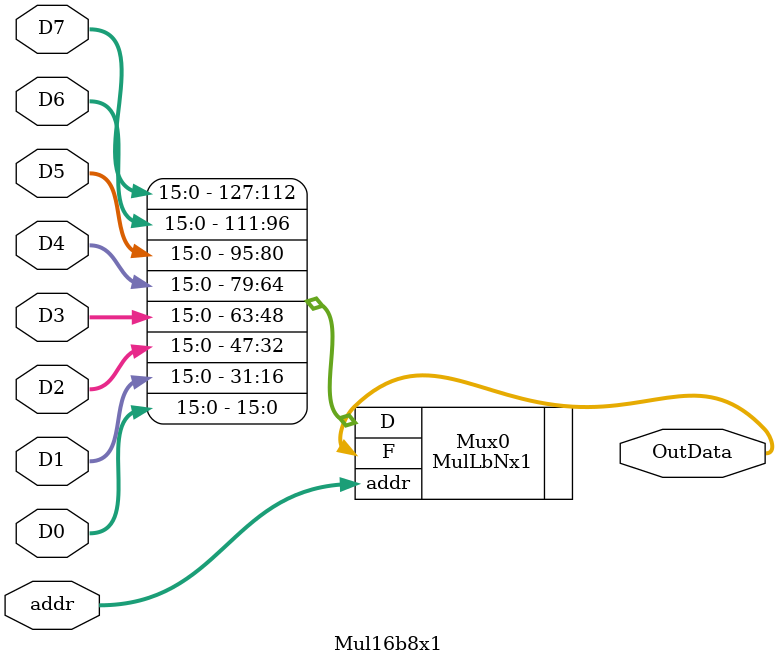
<source format=v>
`timescale 1ns / 1ps
module Mul16b8x1(
	input [2:0] addr,
	input [15:0] D0,
	input [15:0] D1,
	input [15:0] D2,
	input [15:0] D3,
	input [15:0] D4,
	input [15:0] D5,
	input [15:0] D6,
	input [15:0] D7,
	output reg [15:0] OutData);

	MulLbNx1 Mux0(.addr(addr[2:0]),
        .D({D7, D6, D5, D4, D3, D2, D1, D0}),
        .F(OutData));
endmodule

</source>
